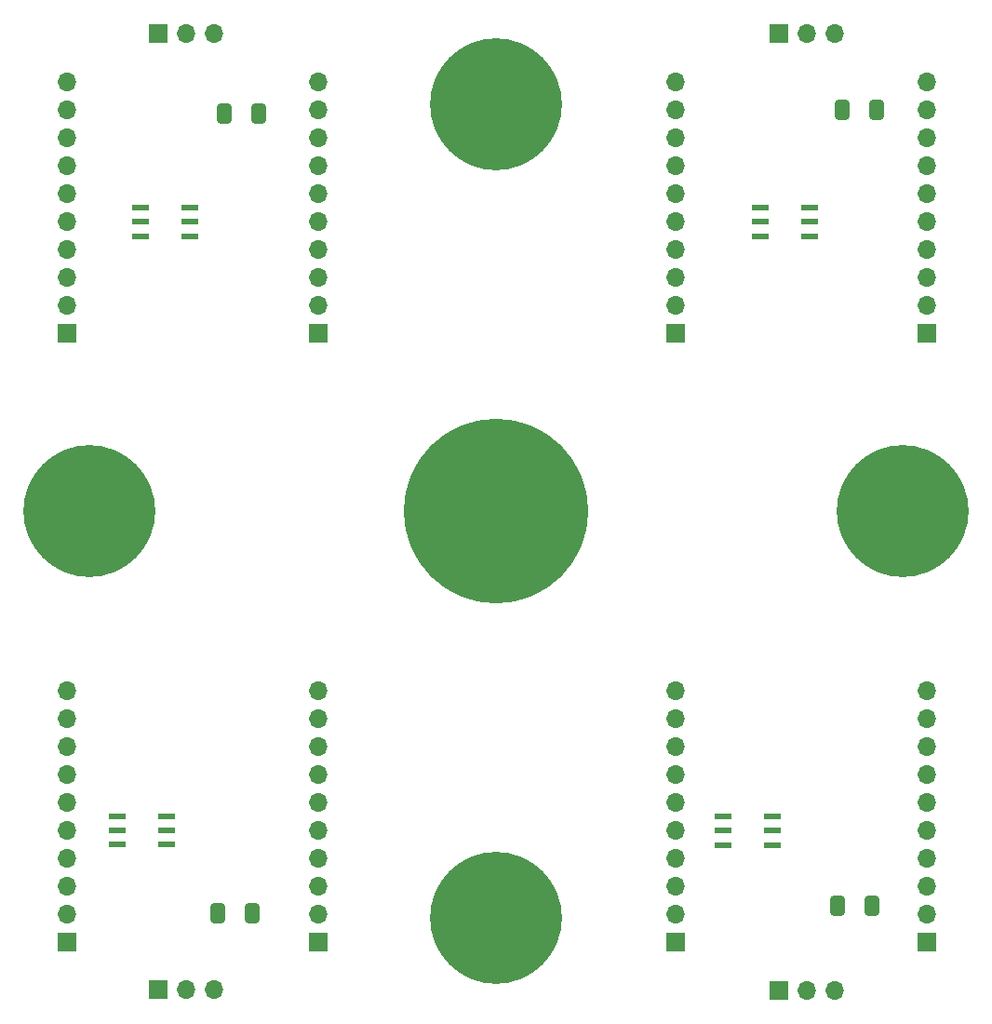
<source format=gbr>
%TF.GenerationSoftware,KiCad,Pcbnew,7.0.5-0*%
%TF.CreationDate,2024-05-08T17:08:20-04:00*%
%TF.ProjectId,quad_sipm,71756164-5f73-4697-906d-2e6b69636164,8.1*%
%TF.SameCoordinates,Original*%
%TF.FileFunction,Soldermask,Bot*%
%TF.FilePolarity,Negative*%
%FSLAX46Y46*%
G04 Gerber Fmt 4.6, Leading zero omitted, Abs format (unit mm)*
G04 Created by KiCad (PCBNEW 7.0.5-0) date 2024-05-08 17:08:20*
%MOMM*%
%LPD*%
G01*
G04 APERTURE LIST*
G04 Aperture macros list*
%AMRoundRect*
0 Rectangle with rounded corners*
0 $1 Rounding radius*
0 $2 $3 $4 $5 $6 $7 $8 $9 X,Y pos of 4 corners*
0 Add a 4 corners polygon primitive as box body*
4,1,4,$2,$3,$4,$5,$6,$7,$8,$9,$2,$3,0*
0 Add four circle primitives for the rounded corners*
1,1,$1+$1,$2,$3*
1,1,$1+$1,$4,$5*
1,1,$1+$1,$6,$7*
1,1,$1+$1,$8,$9*
0 Add four rect primitives between the rounded corners*
20,1,$1+$1,$2,$3,$4,$5,0*
20,1,$1+$1,$4,$5,$6,$7,0*
20,1,$1+$1,$6,$7,$8,$9,0*
20,1,$1+$1,$8,$9,$2,$3,0*%
G04 Aperture macros list end*
%ADD10R,1.500000X0.600000*%
%ADD11C,16.800000*%
%ADD12C,12.000000*%
%ADD13R,1.700000X1.700000*%
%ADD14O,1.700000X1.700000*%
%ADD15RoundRect,0.250000X0.412500X0.650000X-0.412500X0.650000X-0.412500X-0.650000X0.412500X-0.650000X0*%
G04 APERTURE END LIST*
D10*
%TO.C,SW4*%
X123988000Y-74960000D03*
X123988000Y-73660000D03*
X123988000Y-72360000D03*
X128488000Y-74960000D03*
X128488000Y-73660000D03*
X128488000Y-72360000D03*
%TD*%
%TO.C,SW3*%
X120650000Y-130332000D03*
X120650000Y-129032000D03*
X120650000Y-127732000D03*
X125150000Y-130332000D03*
X125150000Y-129032000D03*
X125150000Y-127732000D03*
%TD*%
%TO.C,SW2*%
X67600000Y-74960000D03*
X67600000Y-73660000D03*
X67600000Y-72360000D03*
X72100000Y-74960000D03*
X72100000Y-73660000D03*
X72100000Y-72360000D03*
%TD*%
%TO.C,SW1*%
X65532000Y-130302000D03*
X65532000Y-129002000D03*
X65532000Y-127702000D03*
X70032000Y-130302000D03*
X70032000Y-129002000D03*
X70032000Y-127702000D03*
%TD*%
D11*
%TO.C,H2*%
X100000000Y-100000000D03*
%TD*%
D12*
%TO.C,H3*%
X100000000Y-137000000D03*
%TD*%
%TO.C,H4*%
X137000000Y-100000000D03*
%TD*%
%TO.C,H5*%
X63000000Y-100000000D03*
%TD*%
%TO.C,H1*%
X100000000Y-63000000D03*
%TD*%
D13*
%TO.C,J7*%
X139146000Y-83820000D03*
D14*
X139146000Y-81280000D03*
X139146000Y-78740000D03*
X139146000Y-76200000D03*
X139146000Y-73660000D03*
X139146000Y-71120000D03*
X139146000Y-68580000D03*
X139146000Y-66040000D03*
X139146000Y-63500000D03*
X139146000Y-60960000D03*
D13*
X116286000Y-83820000D03*
D14*
X116286000Y-81280000D03*
X116286000Y-78740000D03*
X116286000Y-76200000D03*
X116286000Y-73660000D03*
X116286000Y-71120000D03*
X116286000Y-68580000D03*
X116286000Y-66040000D03*
X116286000Y-63500000D03*
X116286000Y-60960000D03*
%TD*%
D13*
%TO.C,J8*%
X83774000Y-83820000D03*
D14*
X83774000Y-81280000D03*
X83774000Y-78740000D03*
X83774000Y-76200000D03*
X83774000Y-73660000D03*
X83774000Y-71120000D03*
X83774000Y-68580000D03*
X83774000Y-66040000D03*
X83774000Y-63500000D03*
X83774000Y-60960000D03*
D13*
X60914000Y-83820000D03*
D14*
X60914000Y-81280000D03*
X60914000Y-78740000D03*
X60914000Y-76200000D03*
X60914000Y-73660000D03*
X60914000Y-71120000D03*
X60914000Y-68580000D03*
X60914000Y-66040000D03*
X60914000Y-63500000D03*
X60914000Y-60960000D03*
%TD*%
D13*
%TO.C,J6*%
X83774000Y-139192000D03*
D14*
X83774000Y-136652000D03*
X83774000Y-134112000D03*
X83774000Y-131572000D03*
X83774000Y-129032000D03*
X83774000Y-126492000D03*
X83774000Y-123952000D03*
X83774000Y-121412000D03*
X83774000Y-118872000D03*
X83774000Y-116332000D03*
D13*
X60914000Y-139192000D03*
D14*
X60914000Y-136652000D03*
X60914000Y-134112000D03*
X60914000Y-131572000D03*
X60914000Y-129032000D03*
X60914000Y-126492000D03*
X60914000Y-123952000D03*
X60914000Y-121412000D03*
X60914000Y-118872000D03*
X60914000Y-116332000D03*
%TD*%
D13*
%TO.C,J5*%
X139146000Y-139192000D03*
D14*
X139146000Y-136652000D03*
X139146000Y-134112000D03*
X139146000Y-131572000D03*
X139146000Y-129032000D03*
X139146000Y-126492000D03*
X139146000Y-123952000D03*
X139146000Y-121412000D03*
X139146000Y-118872000D03*
X139146000Y-116332000D03*
D13*
X116286000Y-139192000D03*
D14*
X116286000Y-136652000D03*
X116286000Y-134112000D03*
X116286000Y-131572000D03*
X116286000Y-129032000D03*
X116286000Y-126492000D03*
X116286000Y-123952000D03*
X116286000Y-121412000D03*
X116286000Y-118872000D03*
X116286000Y-116332000D03*
%TD*%
D13*
%TO.C,J1*%
X125685000Y-143555000D03*
D14*
X128225000Y-143555000D03*
X130765000Y-143555000D03*
%TD*%
D15*
%TO.C,C4*%
X78397500Y-63792500D03*
X75272500Y-63792500D03*
%TD*%
D13*
%TO.C,J3*%
X125685000Y-56560000D03*
D14*
X128225000Y-56560000D03*
X130765000Y-56560000D03*
%TD*%
D13*
%TO.C,J4*%
X69215000Y-56515000D03*
D14*
X71755000Y-56515000D03*
X74295000Y-56515000D03*
%TD*%
D15*
%TO.C,C3*%
X134570000Y-63500000D03*
X131445000Y-63500000D03*
%TD*%
D13*
%TO.C,J2*%
X69215000Y-143510000D03*
D14*
X71755000Y-143510000D03*
X74295000Y-143510000D03*
%TD*%
D15*
%TO.C,C1*%
X134189000Y-135890000D03*
X131064000Y-135890000D03*
%TD*%
%TO.C,C2*%
X77762500Y-136525000D03*
X74637500Y-136525000D03*
%TD*%
M02*

</source>
